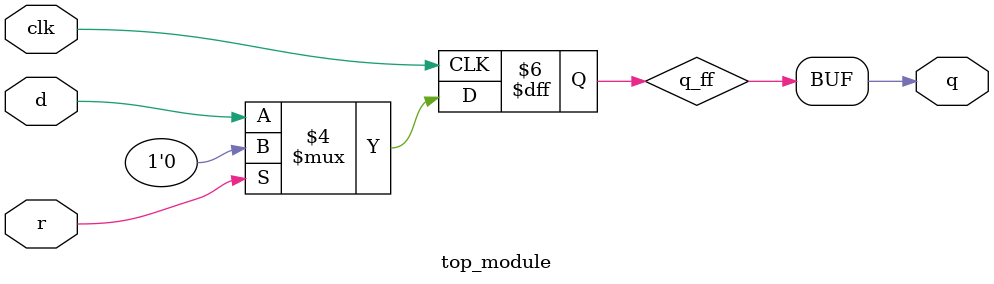
<source format=sv>
module top_module (
	input clk,
	input d,
	input r,
	output logic q
);
	
	logic q_ff;

	always_ff @(posedge clk) begin
		if (r == 1'b1) // Active high reset
			q_ff <= 1'b0;
		else
			q_ff <= d;
	end

	assign q = q_ff;
	
endmodule

</source>
